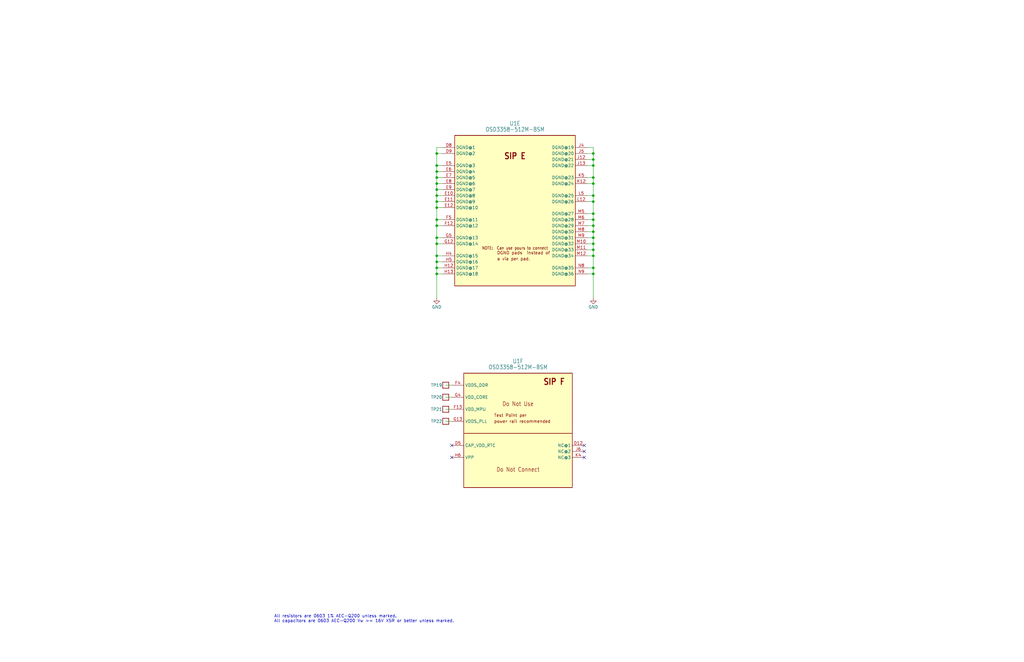
<source format=kicad_sch>
(kicad_sch (version 20231120) (generator "eeschema") (generator_version "8.0")
  (paper "B")
  (title_block (title "OreSat C3: OSD3358 SIP E + F") (date "2023-05-29") (rev "6.1"))
  (lib_symbols
    (symbol "oresat-ics:OSD3358-512M-BSM"
      (property "Reference" "U" (at 0 87.63 0))
      (property "Value" "OSD3358-512M-BSM" (at 0 85.09 0))
      (symbol "OSD3358-512M-BSM_1_0"
        (polyline (pts (xy -30.48 -88.9) (xy -30.48 -78.74)) (stroke (width 0.254)))
        (polyline (pts (xy -30.48 -88.9) (xy 0 -88.9)) (stroke (width 0.254)))
        (polyline (pts (xy -30.48 -78.74) (xy -30.48 -68.58)) (stroke (width 0.254)))
        (polyline (pts (xy -30.48 -68.58) (xy -30.48 -45.72)) (stroke (width 0.254)))
        (polyline (pts (xy -30.48 -45.72) (xy -30.48 -10.16)) (stroke (width 0.254)))
        (polyline (pts (xy -30.48 -10.16) (xy -30.48 0)) (stroke (width 0.254)))
        (polyline (pts (xy -30.48 0) (xy -30.48 10.16)) (stroke (width 0.254)))
        (polyline (pts (xy -30.48 10.16) (xy -30.48 30.48)) (stroke (width 0.254)))
        (polyline (pts (xy -30.48 30.48) (xy -30.48 53.34)) (stroke (width 0.254)))
        (polyline (pts (xy -30.48 53.34) (xy -30.48 68.58)) (stroke (width 0.254)))
        (polyline (pts (xy -30.48 68.58) (xy -30.48 83.82)) (stroke (width 0.254)))
        (polyline (pts (xy -30.48 83.82) (xy 0 83.82)) (stroke (width 0.254)))
        (polyline (pts (xy 0 -88.9) (xy 30.48 -88.9)) (stroke (width 0.254)))
        (polyline (pts (xy 0 -78.74) (xy -30.48 -78.74)) (stroke (width 0.254)))
        (polyline (pts (xy 0 -78.74) (xy 0 -88.9)) (stroke (width 0.254)))
        (polyline (pts (xy 0 -68.58) (xy -30.48 -68.58)) (stroke (width 0.254)))
        (polyline (pts (xy 0 -68.58) (xy 0 -78.74)) (stroke (width 0.254)))
        (polyline (pts (xy 0 -66.04) (xy 0 -68.58)) (stroke (width 0.254)))
        (polyline (pts (xy 0 -45.72) (xy -30.48 -45.72)) (stroke (width 0.254)))
        (polyline (pts (xy 0 -45.72) (xy 0 -66.04)) (stroke (width 0.254)))
        (polyline (pts (xy 0 -33.02) (xy 0 -45.72)) (stroke (width 0.254)))
        (polyline (pts (xy 0 -10.16) (xy -30.48 -10.16)) (stroke (width 0.254)))
        (polyline (pts (xy 0 -10.16) (xy 0 -33.02)) (stroke (width 0.254)))
        (polyline (pts (xy 0 0) (xy -30.48 0)) (stroke (width 0.254)))
        (polyline (pts (xy 0 0) (xy 0 -10.16)) (stroke (width 0.254)))
        (polyline (pts (xy 0 10.16) (xy -30.48 10.16)) (stroke (width 0.254)))
        (polyline (pts (xy 0 10.16) (xy 0 0)) (stroke (width 0.254)))
        (polyline (pts (xy 0 22.86) (xy 0 10.16)) (stroke (width 0.254)))
        (polyline (pts (xy 0 30.48) (xy -30.48 30.48)) (stroke (width 0.254)))
        (polyline (pts (xy 0 30.48) (xy 0 22.86)) (stroke (width 0.254)))
        (polyline (pts (xy 0 35.56) (xy 0 30.48)) (stroke (width 0.254)))
        (polyline (pts (xy 0 48.26) (xy 0 35.56)) (stroke (width 0.254)))
        (polyline (pts (xy 0 53.34) (xy -30.48 53.34)) (stroke (width 0.254)))
        (polyline (pts (xy 0 53.34) (xy 0 48.26)) (stroke (width 0.254)))
        (polyline (pts (xy 0 66.04) (xy 0 53.34)) (stroke (width 0.254)))
        (polyline (pts (xy 0 68.58) (xy -30.48 68.58)) (stroke (width 0.254)))
        (polyline (pts (xy 0 68.58) (xy 0 66.04)) (stroke (width 0.254)))
        (polyline (pts (xy 0 83.82) (xy 0 68.58)) (stroke (width 0.254)))
        (polyline (pts (xy 0 83.82) (xy 30.48 83.82)) (stroke (width 0.254)))
        (polyline (pts (xy 30.48 -66.04) (xy 0 -66.04)) (stroke (width 0.254)))
        (polyline (pts (xy 30.48 -66.04) (xy 30.48 -88.9)) (stroke (width 0.254)))
        (polyline (pts (xy 30.48 -33.02) (xy 0 -33.02)) (stroke (width 0.254)))
        (polyline (pts (xy 30.48 -33.02) (xy 30.48 -66.04)) (stroke (width 0.254)))
        (polyline (pts (xy 30.48 -10.16) (xy 0 -10.16)) (stroke (width 0.254)))
        (polyline (pts (xy 30.48 -10.16) (xy 30.48 -33.02)) (stroke (width 0.254)))
        (polyline (pts (xy 30.48 22.86) (xy 0 22.86)) (stroke (width 0.254)))
        (polyline (pts (xy 30.48 22.86) (xy 30.48 -10.16)) (stroke (width 0.254)))
        (polyline (pts (xy 30.48 35.56) (xy 0 35.56)) (stroke (width 0.254)))
        (polyline (pts (xy 30.48 35.56) (xy 30.48 22.86)) (stroke (width 0.254)))
        (polyline (pts (xy 30.48 48.26) (xy 0 48.26)) (stroke (width 0.254)))
        (polyline (pts (xy 30.48 48.26) (xy 30.48 35.56)) (stroke (width 0.254)))
        (polyline (pts (xy 30.48 66.04) (xy 0 66.04)) (stroke (width 0.254)))
        (polyline (pts (xy 30.48 66.04) (xy 30.48 48.26)) (stroke (width 0.254)))
        (polyline (pts (xy 30.48 83.82) (xy 30.48 66.04)) (stroke (width 0.254)))
        (text "Connect to either:\nSYS_VDD_1P8V or\nSYS_VDD3_3P3V" (at 8.89 -21.59 900) (effects (font (size 1.27 1.0795)) (justify bottom)))
        (text "Connect together with pour" (at 5.08 -60.96 900) (effects (font (size 1.27 1.0795)) (justify left bottom)))
        (text "Connect together with pour" (at 5.08 -7.62 900) (effects (font (size 1.27 1.0795)) (justify left bottom)))
        (text "GND to program EEPROM" (at -25.4 -71.12 0) (effects (font (size 1.27 1.0795)) (justify left bottom)))
        (text "I2C0" (at -2.54 -60.96 900) (effects (font (size 2.54 2.159)) (justify left bottom)))
        (text "Reset" (at 5.08 -81.28 900) (effects (font (size 2.54 2.159)) (justify left bottom)))
        (text "SIP A" (at -20.32 17.78 0) (effects (font (size 2.54 2.159) (bold yes)) (justify left bottom)))
        (pin bidirectional line (at -35.56 -53.34 0) (length 5.08) (name "I2C0_SCL") (number "C10"))
        (pin bidirectional line (at -35.56 -63.5 0) (length 5.08) (name "I2C0_SDA") (number "C11"))
        (pin bidirectional line (at -35.56 -50.8 0) (length 5.08) (name "PMIC_SCL") (number "D10"))
        (pin bidirectional line (at -35.56 -60.96 0) (length 5.08) (name "PMIC_SDA") (number "D11"))
        (pin bidirectional line (at -35.56 -40.64 0) (length 5.08) (name "EXTINTN") (number "D4"))
        (pin output line (at -35.56 -38.1 0) (length 5.08) (name "PMIC_NINT") (number "E4"))
        (pin power_in line (at 35.56 -38.1 180) (length 5.08) (name "SYS_VDD_1P8V@1") (number "F10"))
        (pin power_in line (at 35.56 43.18 180) (length 5.08) (name "SYS_VDD2_3P3V@1") (number "F11"))
        (pin power_in line (at 35.56 60.96 180) (length 5.08) (name "SYS_VDD1_3P3V@1") (number "F6"))
        (pin power_in line (at 35.56 58.42 180) (length 5.08) (name "SYS_VDD1_3P3V@2") (number "F7"))
        (pin power_in line (at 35.56 12.7 180) (length 5.08) (name "SYS_VDD3_3P3V@1") (number "F8"))
        (pin power_in line (at 35.56 -22.86 180) (length 5.08) (name "VDDSHV4") (number "F9"))
        (pin power_in line (at 35.56 -40.64 180) (length 5.08) (name "SYS_VDD_1P8V@2") (number "G10"))
        (pin power_in line (at 35.56 40.64 180) (length 5.08) (name "SYS_VDD2_3P3V@2") (number "G11"))
        (pin power_in line (at 35.56 55.88 180) (length 5.08) (name "SYS_VDD1_3P3V@3") (number "G6"))
        (pin power_in line (at 35.56 53.34 180) (length 5.08) (name "SYS_VDD1_3P3V@4") (number "G7"))
        (pin power_in line (at 35.56 10.16 180) (length 5.08) (name "SYS_VDD3_3P3V@2") (number "G8"))
        (pin power_in line (at 35.56 -25.4 180) (length 5.08) (name "VDDSHV5") (number "G9"))
        (pin power_in line (at 35.56 -43.18 180) (length 5.08) (name "SYS_VDD_1P8V@3") (number "H10"))
        (pin power_in line (at 35.56 -45.72 180) (length 5.08) (name "SYS_VDD_1P8V@4") (number "H11"))
        (pin power_in line (at 35.56 7.62 180) (length 5.08) (name "SYS_VDD3_3P3V@3") (number "H7"))
        (pin power_in line (at 35.56 5.08 180) (length 5.08) (name "SYS_VDD3_3P3V@4") (number "H8"))
        (pin power_in line (at 35.56 -27.94 180) (length 5.08) (name "VDDSHV6") (number "H9"))
        (pin power_in line (at 35.56 -48.26 180) (length 5.08) (name "SYS_VDD_1P8V@5") (number "J10"))
        (pin power_in line (at 35.56 -50.8 180) (length 5.08) (name "SYS_VDD_1P8V@6") (number "J11"))
        (pin power_in line (at 35.56 2.54 180) (length 5.08) (name "SYS_VDD3_3P3V@5") (number "J7"))
        (pin power_in line (at 35.56 0 180) (length 5.08) (name "SYS_VDD3_3P3V@6") (number "J8"))
        (pin power_in line (at 35.56 -15.24 180) (length 5.08) (name "VDDSHV1") (number "J9"))
        (pin power_in line (at 35.56 -53.34 180) (length 5.08) (name "SYS_VDD_1P8V@7") (number "K10"))
        (pin power_in line (at 35.56 30.48 180) (length 5.08) (name "SYS_RTC_1P8V@1") (number "K11"))
        (pin power_in line (at 35.56 78.74 180) (length 5.08) (name "SYS_VOUT@1") (number "K6"))
        (pin power_in line (at 35.56 76.2 180) (length 5.08) (name "SYS_VOUT@2") (number "K7"))
        (pin power_in line (at 35.56 -2.54 180) (length 5.08) (name "SYS_VDD3_3P3V@7") (number "K8"))
        (pin power_in line (at 35.56 -17.78 180) (length 5.08) (name "VDDSHV2") (number "K9"))
        (pin power_in line (at 35.56 -55.88 180) (length 5.08) (name "SYS_VDD_1P8V@8") (number "L10"))
        (pin power_in line (at 35.56 27.94 180) (length 5.08) (name "SYS_RTC_1P8V@2") (number "L11"))
        (pin output line (at -35.56 -30.48 0) (length 5.08) (name "PMIC_NWAKEUP") (number "L4"))
        (pin power_in line (at 35.56 73.66 180) (length 5.08) (name "SYS_VOUT@3") (number "L6"))
        (pin power_in line (at 35.56 71.12 180) (length 5.08) (name "SYS_VOUT@4") (number "L7"))
        (pin power_in line (at 35.56 -5.08 180) (length 5.08) (name "SYS_VDD3_3P3V@8") (number "L8"))
        (pin power_in line (at 35.56 -20.32 180) (length 5.08) (name "VDDSHV3") (number "L9"))
        (pin bidirectional line (at -35.56 5.08 0) (length 5.08) (name "PMIC_NRESET") (number "M13"))
        (pin bidirectional line (at -35.56 -83.82 0) (length 5.08) (name "RTC_KALDO_ENN") (number "M16"))
        (pin bidirectional line (at -35.56 -73.66 0) (length 5.08) (name "EEPROM_WP") (number "M2"))
        (pin bidirectional line (at -35.56 -33.02 0) (length 5.08) (name "EXT_WAKEUP") (number "M4"))
        (pin output line (at -35.56 -17.78 0) (length 5.08) (name "PMIC_POWER_EN") (number "N10"))
        (pin input line (at -35.56 -15.24 0) (length 5.08) (name "PMIC_PWR_EN") (number "N11"))
        (pin output line (at 35.56 -71.12 180) (length 5.08) (name "PMIC_PGOOD") (number "N12"))
        (pin output line (at -35.56 -22.86 0) (length 5.08) (name "PMIC_LDO_PGOOD") (number "N4"))
        (pin bidirectional line (at -35.56 -25.4 0) (length 5.08) (name "RTC_PWRONRSTN") (number "N5"))
        (pin bidirectional line (at -35.56 35.56 0) (length 5.08) (name "PMIC_TS") (number "N6"))
        (pin bidirectional line (at -35.56 38.1 0) (length 5.08) (name "PMIC_BAT_SENSE") (number "N7"))
        (pin power_in line (at -35.56 78.74 0) (length 5.08) (name "VIN_AC@1") (number "P10"))
        (pin bidirectional line (at 35.56 -73.66 180) (length 5.08) (name "PWRONRSTN") (number "P11"))
        (pin power_in line (at -35.56 48.26 0) (length 5.08) (name "VIN_BAT@1") (number "P8"))
        (pin power_in line (at -35.56 63.5 0) (length 5.08) (name "VIN_USB@1") (number "P9"))
        (pin power_in line (at -35.56 76.2 0) (length 5.08) (name "VIN_AC@2") (number "R10"))
        (pin bidirectional line (at 35.56 -83.82 180) (length 5.08) (name "WARMRSTN") (number "R11"))
        (pin power_in line (at -35.56 45.72 0) (length 5.08) (name "VIN_BAT@2") (number "R8"))
        (pin power_in line (at -35.56 60.96 0) (length 5.08) (name "VIN_USB@2") (number "R9"))
        (pin power_in line (at -35.56 73.66 0) (length 5.08) (name "VIN_AC@3") (number "T10"))
        (pin bidirectional line (at -35.56 -5.08 0) (length 5.08) (name "PMIC_PB_IN") (number "T11"))
        (pin power_in line (at -35.56 43.18 0) (length 5.08) (name "VIN_BAT@3") (number "T8"))
        (pin power_in line (at -35.56 58.42 0) (length 5.08) (name "VIN_USB@3") (number "T9"))
      )
      (symbol "OSD3358-512M-BSM_1_1"
        (rectangle (start -30.48 83.82) (end 30.48 -88.9) (fill (type background)))
      )
      (symbol "OSD3358-512M-BSM_2_0"
        (rectangle (start -25.4 58.42) (end 25.4 -60.96) (fill (type background)))
        (polyline (pts (xy -25.4 -60.96) (xy -25.4 -38.1)) (stroke (width 0.254)))
        (polyline (pts (xy -25.4 -38.1) (xy -25.4 -12.7)) (stroke (width 0.254)))
        (polyline (pts (xy -25.4 -38.1) (xy 25.4 -38.1)) (stroke (width 0.254)))
        (polyline (pts (xy -25.4 -12.7) (xy -25.4 17.78)) (stroke (width 0.254)))
        (polyline (pts (xy -25.4 -12.7) (xy 0 -12.7)) (stroke (width 0.254)))
        (polyline (pts (xy -25.4 17.78) (xy -25.4 48.26)) (stroke (width 0.254)))
        (polyline (pts (xy -25.4 17.78) (xy 0 17.78)) (stroke (width 0.254)))
        (polyline (pts (xy -25.4 48.26) (xy -25.4 58.42)) (stroke (width 0.254)))
        (polyline (pts (xy -25.4 48.26) (xy 0 48.26)) (stroke (width 0.254)))
        (polyline (pts (xy -25.4 58.42) (xy 25.4 58.42)) (stroke (width 0.254)))
        (polyline (pts (xy 0 -60.96) (xy -25.4 -60.96)) (stroke (width 0.254)))
        (polyline (pts (xy 0 -12.7) (xy 0 -60.96)) (stroke (width 0.254)))
        (polyline (pts (xy 0 0) (xy 0 -12.7)) (stroke (width 0.254)))
        (polyline (pts (xy 0 0) (xy 25.4 0)) (stroke (width 0.254)))
        (polyline (pts (xy 0 17.78) (xy 0 0)) (stroke (width 0.254)))
        (polyline (pts (xy 0 48.26) (xy 0 17.78)) (stroke (width 0.254)))
        (polyline (pts (xy 0 48.26) (xy 25.4 48.26)) (stroke (width 0.254)))
        (polyline (pts (xy 25.4 -60.96) (xy 0 -60.96)) (stroke (width 0.254)))
        (polyline (pts (xy 25.4 -38.1) (xy 25.4 -60.96)) (stroke (width 0.254)))
        (polyline (pts (xy 25.4 0) (xy 25.4 -38.1)) (stroke (width 0.254)))
        (polyline (pts (xy 25.4 48.26) (xy 25.4 0)) (stroke (width 0.254)))
        (polyline (pts (xy 25.4 58.42) (xy 25.4 48.26)) (stroke (width 0.254)))
        (text "Analog" (at 2.54 22.86 0) (effects (font (size 2.54 2.159)) (justify left bottom)))
        (text "Analog Inputs" (at 5.08 -30.48 900) (effects (font (size 2.54 2.159)) (justify left bottom)))
        (text "JTAG" (at -2.54 -25.4 900) (effects (font (size 2.54 2.159)) (justify left bottom)))
        (text "Pwr & Gnd" (at 12.7 20.32 0) (effects (font (size 2.159 2.159))))
        (text "RTC" (at -2.54 0 900) (effects (font (size 2.54 2.159)) (justify left bottom)))
        (text "SIP B" (at -5.08 53.34 0) (effects (font (size 2.54 2.159) (bold yes)) (justify left bottom)))
        (text "USB0" (at -2.54 -53.34 900) (effects (font (size 2.54 2.159)) (justify left bottom)))
        (text "USB1" (at 5.08 -53.34 900) (effects (font (size 2.54 2.159)) (justify left bottom)))
        (text "XTAL" (at -2.54 30.48 900) (effects (font (size 2.54 2.159)) (justify left bottom)))
        (pin bidirectional line (at -30.48 -2.54 0) (length 5.08) (name "OSC1_OUT") (number "A5"))
        (pin bidirectional line (at -30.48 12.7 0) (length 5.08) (name "OSC1_IN") (number "A6"))
        (pin bidirectional line (at 30.48 45.72 180) (length 5.08) (name "SYS_ADC_1P8V") (number "A7"))
        (pin bidirectional line (at 30.48 -5.08 180) (length 5.08) (name "AIN0") (number "A8"))
        (pin bidirectional line (at 30.48 15.24 180) (length 5.08) (name "AGND_ADC") (number "A9"))
        (pin bidirectional line (at -30.48 -7.62 0) (length 5.08) (name "OSC1_GND") (number "B5"))
        (pin bidirectional line (at 30.48 -10.16 180) (length 5.08) (name "AIN2") (number "B6"))
        (pin bidirectional line (at 30.48 35.56 180) (length 5.08) (name "VREFP") (number "B7"))
        (pin bidirectional line (at 30.48 -7.62 180) (length 5.08) (name "AIN1") (number "B8"))
        (pin bidirectional line (at 30.48 5.08 180) (length 5.08) (name "VREFN") (number "B9"))
        (pin bidirectional line (at -30.48 -17.78 0) (length 5.08) (name "TDI") (number "C1"))
        (pin bidirectional line (at -30.48 -20.32 0) (length 5.08) (name "TDO") (number "C2"))
        (pin bidirectional line (at 30.48 -12.7 180) (length 5.08) (name "AIN3") (number "C6"))
        (pin bidirectional line (at 30.48 -15.24 180) (length 5.08) (name "AIN4") (number "C7"))
        (pin bidirectional line (at 30.48 -17.78 180) (length 5.08) (name "AIN5") (number "C8"))
        (pin bidirectional line (at 30.48 -20.32 180) (length 5.08) (name "AIN6") (number "C9"))
        (pin bidirectional line (at -30.48 -22.86 0) (length 5.08) (name "TCK") (number "D1"))
        (pin bidirectional line (at -30.48 -25.4 0) (length 5.08) (name "TMS") (number "D2"))
        (pin bidirectional line (at -30.48 -27.94 0) (length 5.08) (name "TRSTN") (number "D3"))
        (pin bidirectional line (at 30.48 -27.94 180) (length 5.08) (name "PMIC_MUX_OUT") (number "D6"))
        (pin bidirectional line (at 30.48 -22.86 180) (length 5.08) (name "AIN7") (number "D7"))
        (pin bidirectional line (at -30.48 -30.48 0) (length 5.08) (name "EMU0") (number "E2"))
        (pin bidirectional line (at -30.48 -33.02 0) (length 5.08) (name "EMU1") (number "E3"))
        (pin bidirectional line (at -30.48 -55.88 0) (length 5.08) (name "USB0_DRVVBUS") (number "J15"))
        (pin bidirectional line (at -30.48 -43.18 0) (length 5.08) (name "USB0_VBUS") (number "J16"))
        (pin bidirectional line (at -30.48 -53.34 0) (length 5.08) (name "USB0_CE") (number "K13"))
        (pin bidirectional line (at -30.48 -50.8 0) (length 5.08) (name "USB0_ID") (number "K14"))
        (pin bidirectional line (at -30.48 -48.26 0) (length 5.08) (name "USB0_DP") (number "K15"))
        (pin bidirectional line (at -30.48 -45.72 0) (length 5.08) (name "USB0_DM") (number "K16"))
        (pin bidirectional line (at 30.48 -53.34 180) (length 5.08) (name "USB1_CE") (number "L13"))
        (pin bidirectional line (at 30.48 -50.8 180) (length 5.08) (name "USB1_ID") (number "L14"))
        (pin bidirectional line (at 30.48 -48.26 180) (length 5.08) (name "USB1_DP") (number "L15"))
        (pin bidirectional line (at 30.48 -45.72 180) (length 5.08) (name "USB1_DM") (number "L16"))
        (pin bidirectional line (at 30.48 -55.88 180) (length 5.08) (name "USB1_DRVVBUS") (number "M14"))
        (pin bidirectional line (at 30.48 -43.18 180) (length 5.08) (name "USB1_VBUS") (number "M15"))
        (pin bidirectional line (at 30.48 -33.02 180) (length 5.08) (name "PMIC_MUX_IN") (number "N13"))
        (pin bidirectional line (at -30.48 22.86 0) (length 5.08) (name "OSC0_GND") (number "N15"))
        (pin bidirectional line (at -30.48 27.94 0) (length 5.08) (name "OSC0_OUT") (number "N16"))
        (pin bidirectional line (at -30.48 43.18 0) (length 5.08) (name "OSC0_IN") (number "P16"))
      )
      (symbol "OSD3358-512M-BSM_3_0"
        (rectangle (start -25.4 60.96) (end 25.4 -63.5) (fill (type background)))
        (polyline (pts (xy -25.4 -63.5) (xy -25.4 60.96)) (stroke (width 0.254)))
        (polyline (pts (xy -25.4 60.96) (xy 25.4 60.96)) (stroke (width 0.254)))
        (polyline (pts (xy 25.4 -63.5) (xy -25.4 -63.5)) (stroke (width 0.254)))
        (polyline (pts (xy 25.4 60.96) (xy 25.4 -63.5)) (stroke (width 0.254)))
        (text "SIP C" (at -5.08 53.34 0) (effects (font (size 2.54 2.159) (bold yes)) (justify left bottom)))
        (pin bidirectional line (at -30.48 -12.7 0) (length 5.08) (name "MCASP0_ACLKX") (number "A1"))
        (pin bidirectional line (at -30.48 33.02 0) (length 5.08) (name "UART1_RTSN") (number "A10"))
        (pin bidirectional line (at -30.48 38.1 0) (length 5.08) (name "UART1_RXD") (number "A11"))
        (pin bidirectional line (at -30.48 53.34 0) (length 5.08) (name "UART0_RXD") (number "A12"))
        (pin bidirectional line (at -30.48 25.4 0) (length 5.08) (name "SPI0_SCLK") (number "A13"))
        (pin bidirectional line (at -30.48 17.78 0) (length 5.08) (name "SPI0_CS0") (number "A14"))
        (pin bidirectional line (at -30.48 0 0) (length 5.08) (name "MMC0_DAT1") (number "A15"))
        (pin bidirectional line (at -30.48 2.54 0) (length 5.08) (name "MMC0_DAT0") (number "A16"))
        (pin bidirectional line (at -30.48 -15.24 0) (length 5.08) (name "MCASP0_FSX") (number "A2"))
        (pin bidirectional line (at -30.48 -22.86 0) (length 5.08) (name "MCASP0_ACLKR") (number "A3"))
        (pin bidirectional line (at -30.48 -38.1 0) (length 5.08) (name "XDMA_EVENT_INTR0") (number "A4"))
        (pin bidirectional line (at -30.48 -20.32 0) (length 5.08) (name "MCASP0_AHCLKR") (number "B1"))
        (pin bidirectional line (at -30.48 35.56 0) (length 5.08) (name "UART1_CTSN") (number "B10"))
        (pin bidirectional line (at -30.48 40.64 0) (length 5.08) (name "UART1_TXD") (number "B11"))
        (pin bidirectional line (at -30.48 55.88 0) (length 5.08) (name "UART0_TXD") (number "B12"))
        (pin bidirectional line (at -30.48 22.86 0) (length 5.08) (name "SPI0_D0") (number "B13"))
        (pin bidirectional line (at -30.48 20.32 0) (length 5.08) (name "SPI0_D1") (number "B14"))
        (pin bidirectional line (at -30.48 7.62 0) (length 5.08) (name "MMC0_CLK") (number "B15"))
        (pin bidirectional line (at -30.48 5.08 0) (length 5.08) (name "MMC0_CMD") (number "B16"))
        (pin bidirectional line (at -30.48 -17.78 0) (length 5.08) (name "MCASP0_AXR0") (number "B2"))
        (pin bidirectional line (at -30.48 -25.4 0) (length 5.08) (name "MCASP0_FSR") (number "B3"))
        (pin bidirectional line (at -30.48 -40.64 0) (length 5.08) (name "XDMA_EVENT_INTR1") (number "B4"))
        (pin bidirectional line (at -30.48 50.8 0) (length 5.08) (name "UART0_CTSN") (number "C12"))
        (pin bidirectional line (at -30.48 48.26 0) (length 5.08) (name "UART0_RTSN") (number "C13"))
        (pin bidirectional line (at -30.48 15.24 0) (length 5.08) (name "SPI0_CS1") (number "C14"))
        (pin bidirectional line (at -30.48 -5.08 0) (length 5.08) (name "MMC0_DAT3") (number "C15"))
        (pin bidirectional line (at -30.48 -2.54 0) (length 5.08) (name "MMC0_DAT2") (number "C16"))
        (pin bidirectional line (at -30.48 -27.94 0) (length 5.08) (name "MCASP0_AXR1") (number "C3"))
        (pin bidirectional line (at -30.48 -30.48 0) (length 5.08) (name "MCASP0_AHCLKX") (number "C4"))
        (pin bidirectional line (at -30.48 -43.18 0) (length 5.08) (name "ECAP0_IN_PWM0_OUT") (number "C5"))
        (pin bidirectional line (at 30.48 -50.8 180) (length 5.08) (name "GPMC_ADVN_ALE") (number "M1"))
        (pin bidirectional line (at 30.48 -58.42 180) (length 5.08) (name "GPMC_OEN_REN") (number "N1"))
        (pin bidirectional line (at 30.48 17.78 180) (length 5.08) (name "GPMC_BEN1") (number "N14"))
        (pin bidirectional line (at 30.48 -55.88 180) (length 5.08) (name "GPMC_WEN") (number "N2"))
        (pin bidirectional line (at 30.48 -53.34 180) (length 5.08) (name "GPMC_BEN0_CLE") (number "N3"))
        (pin bidirectional line (at 30.48 2.54 180) (length 5.08) (name "GPMC_CSN2") (number "P1"))
        (pin bidirectional line (at 30.48 45.72 180) (length 5.08) (name "GPMC_A2") (number "P12"))
        (pin bidirectional line (at 30.48 38.1 180) (length 5.08) (name "GPMC_A5") (number "P13"))
        (pin bidirectional line (at 30.48 30.48 180) (length 5.08) (name "GPMC_A8") (number "P14"))
        (pin bidirectional line (at 30.48 15.24 180) (length 5.08) (name "GPMC_WAIT0") (number "P15"))
        (pin bidirectional line (at 30.48 5.08 180) (length 5.08) (name "GPMC_CSN1") (number "P2"))
        (pin bidirectional line (at 30.48 7.62 180) (length 5.08) (name "GPMC_CSN0") (number "P3"))
        (pin bidirectional line (at 30.48 -20.32 180) (length 5.08) (name "GPMC_AD6") (number "P4"))
        (pin bidirectional line (at 30.48 -30.48 180) (length 5.08) (name "GPMC_AD9") (number "P5"))
        (pin bidirectional line (at 30.48 -38.1 180) (length 5.08) (name "GPMC_AD12") (number "P6"))
        (pin bidirectional line (at 30.48 -45.72 180) (length 5.08) (name "GPMC_AD15") (number "P7"))
        (pin bidirectional line (at 30.48 -10.16 180) (length 5.08) (name "GPMC_AD2") (number "R1"))
        (pin bidirectional line (at 30.48 48.26 180) (length 5.08) (name "GPMC_A1") (number "R12"))
        (pin bidirectional line (at 30.48 40.64 180) (length 5.08) (name "GPMC_A4") (number "R13"))
        (pin bidirectional line (at 30.48 33.02 180) (length 5.08) (name "GPMC_A7") (number "R14"))
        (pin bidirectional line (at 30.48 25.4 180) (length 5.08) (name "GPMC_A10") (number "R15"))
        (pin bidirectional line (at 30.48 12.7 180) (length 5.08) (name "GPMC_WPN") (number "R16"))
        (pin bidirectional line (at 30.48 -7.62 180) (length 5.08) (name "GPMC_AD1") (number "R2"))
        (pin bidirectional line (at 30.48 -5.08 180) (length 5.08) (name "GPMC_AD0") (number "R3"))
        (pin bidirectional line (at 30.48 -22.86 180) (length 5.08) (name "GPMC_AD7") (number "R4"))
        (pin bidirectional line (at 30.48 -33.02 180) (length 5.08) (name "GPMC_AD10") (number "R5"))
        (pin bidirectional line (at 30.48 -40.64 180) (length 5.08) (name "GPMC_AD13") (number "R6"))
        (pin bidirectional line (at 30.48 0 180) (length 5.08) (name "GPMC_CSN3") (number "R7"))
        (pin bidirectional line (at 30.48 -17.78 180) (length 5.08) (name "GPMC_AD5") (number "T1"))
        (pin bidirectional line (at 30.48 50.8 180) (length 5.08) (name "GPMC_A0") (number "T12"))
        (pin bidirectional line (at 30.48 43.18 180) (length 5.08) (name "GPMC_A3") (number "T13"))
        (pin bidirectional line (at 30.48 35.56 180) (length 5.08) (name "GPMC_A6") (number "T14"))
        (pin bidirectional line (at 30.48 27.94 180) (length 5.08) (name "GPMC_A9") (number "T15"))
        (pin bidirectional line (at 30.48 22.86 180) (length 5.08) (name "GPMC_A11") (number "T16"))
        (pin bidirectional line (at 30.48 -15.24 180) (length 5.08) (name "GPMC_AD4") (number "T2"))
        (pin bidirectional line (at 30.48 -12.7 180) (length 5.08) (name "GPMC_AD3") (number "T3"))
        (pin bidirectional line (at 30.48 -27.94 180) (length 5.08) (name "GPMC_AD8") (number "T4"))
        (pin bidirectional line (at 30.48 -35.56 180) (length 5.08) (name "GPMC_AD11") (number "T5"))
        (pin bidirectional line (at 30.48 -43.18 180) (length 5.08) (name "GPMC_AD14") (number "T6"))
        (pin bidirectional line (at 30.48 55.88 180) (length 5.08) (name "GPMC_CLK") (number "T7"))
      )
      (symbol "OSD3358-512M-BSM_4_0"
        (rectangle (start -25.4 33.02) (end 25.4 -35.56) (fill (type background)))
        (polyline (pts (xy -25.4 -35.56) (xy -25.4 33.02)) (stroke (width 0.254)))
        (polyline (pts (xy -25.4 33.02) (xy 25.4 33.02)) (stroke (width 0.254)))
        (polyline (pts (xy 25.4 -35.56) (xy -25.4 -35.56)) (stroke (width 0.254)))
        (polyline (pts (xy 25.4 33.02) (xy 25.4 -35.56)) (stroke (width 0.254)))
        (text "SIP D" (at -20.32 -30.48 0) (effects (font (size 2.54 2.159) (bold yes)) (justify left bottom)))
        (pin bidirectional line (at -30.48 -17.78 0) (length 5.08) (name "MDC") (number "D13"))
        (pin bidirectional line (at -30.48 -5.08 0) (length 5.08) (name "MII1_RXD3") (number "D14"))
        (pin bidirectional line (at -30.48 -2.54 0) (length 5.08) (name "MII1_RXD2") (number "D15"))
        (pin bidirectional line (at -30.48 0 0) (length 5.08) (name "MII1_RXD1") (number "D16"))
        (pin bidirectional line (at 30.48 -22.86 180) (length 5.08) (name "LCD_AC_BIAS_EN") (number "E1"))
        (pin bidirectional line (at -30.48 -20.32 0) (length 5.08) (name "MDIO") (number "E13"))
        (pin bidirectional line (at -30.48 2.54 0) (length 5.08) (name "MII1_RXD0") (number "E14"))
        (pin bidirectional line (at -30.48 -7.62 0) (length 5.08) (name "MII1_RX_ER") (number "E15"))
        (pin bidirectional line (at -30.48 5.08 0) (length 5.08) (name "MII1_RX_CLK") (number "E16"))
        (pin bidirectional line (at 30.48 -15.24 180) (length 5.08) (name "LCD_PCLK") (number "F1"))
        (pin bidirectional line (at -30.48 12.7 0) (length 5.08) (name "MII1_CRS") (number "F14"))
        (pin bidirectional line (at -30.48 10.16 0) (length 5.08) (name "MII1_COL") (number "F15"))
        (pin bidirectional line (at -30.48 -10.16 0) (length 5.08) (name "MII1_RX_DV") (number "F16"))
        (pin bidirectional line (at 30.48 -20.32 180) (length 5.08) (name "LCD_HSYNC") (number "F2"))
        (pin bidirectional line (at 30.48 -17.78 180) (length 5.08) (name "LCD_VSYNC") (number "F3"))
        (pin bidirectional line (at 30.48 22.86 180) (length 5.08) (name "LCD_DATA2") (number "G1"))
        (pin bidirectional line (at -30.48 15.24 0) (length 5.08) (name "MII1_TX_EN") (number "G14"))
        (pin bidirectional line (at -30.48 17.78 0) (length 5.08) (name "MII1_TXD3") (number "G15"))
        (pin bidirectional line (at -30.48 20.32 0) (length 5.08) (name "MII1_TXD2") (number "G16"))
        (pin bidirectional line (at 30.48 25.4 180) (length 5.08) (name "LCD_DATA1") (number "G2"))
        (pin bidirectional line (at 30.48 27.94 180) (length 5.08) (name "LCD_DATA0") (number "G3"))
        (pin bidirectional line (at 30.48 15.24 180) (length 5.08) (name "LCD_DATA5") (number "H1"))
        (pin bidirectional line (at -30.48 22.86 0) (length 5.08) (name "MII1_TXD1") (number "H14"))
        (pin bidirectional line (at -30.48 25.4 0) (length 5.08) (name "MII1_TXD0") (number "H15"))
        (pin bidirectional line (at -30.48 27.94 0) (length 5.08) (name "MII1_TX_CLK") (number "H16"))
        (pin bidirectional line (at 30.48 17.78 180) (length 5.08) (name "LCD_DATA4") (number "H2"))
        (pin bidirectional line (at 30.48 20.32 180) (length 5.08) (name "LCD_DATA3") (number "H3"))
        (pin bidirectional line (at 30.48 7.62 180) (length 5.08) (name "LCD_DATA8") (number "J1"))
        (pin bidirectional line (at -30.48 -15.24 0) (length 5.08) (name "RMII1_REF_CLK") (number "J14"))
        (pin bidirectional line (at 30.48 10.16 180) (length 5.08) (name "LCD_DATA7") (number "J2"))
        (pin bidirectional line (at 30.48 12.7 180) (length 5.08) (name "LCD_DATA6") (number "J3"))
        (pin bidirectional line (at 30.48 0 180) (length 5.08) (name "LCD_DATA11") (number "K1"))
        (pin bidirectional line (at 30.48 2.54 180) (length 5.08) (name "LCD_DATA10") (number "K2"))
        (pin bidirectional line (at 30.48 5.08 180) (length 5.08) (name "LCD_DATA9") (number "K3"))
        (pin bidirectional line (at 30.48 -7.62 180) (length 5.08) (name "LCD_DATA14") (number "L1"))
        (pin bidirectional line (at 30.48 -5.08 180) (length 5.08) (name "LCD_DATA13") (number "L2"))
        (pin bidirectional line (at 30.48 -2.54 180) (length 5.08) (name "LCD_DATA12") (number "L3"))
        (pin bidirectional line (at 30.48 -10.16 180) (length 5.08) (name "LCD_DATA15") (number "M3"))
      )
      (symbol "OSD3358-512M-BSM_5_0"
        (rectangle (start -25.4 30.48) (end 25.4 -33.02) (fill (type background)))
        (polyline (pts (xy -25.4 -33.02) (xy -25.4 30.48)) (stroke (width 0.254)))
        (polyline (pts (xy -25.4 30.48) (xy 25.4 30.48)) (stroke (width 0.254)))
        (polyline (pts (xy 25.4 -33.02) (xy -25.4 -33.02)) (stroke (width 0.254)))
        (polyline (pts (xy 25.4 30.48) (xy 25.4 -33.02)) (stroke (width 0.254)))
        (text "a via per pad." (at -7.62 -21.59 0) (effects (font (size 1.27 1.27)) (justify left)))
        (text "DGND pads  instead of " (at -7.62 -19.05 0) (effects (font (size 1.27 1.27)) (justify left)))
        (text "NOTE:  Can use pours to connect" (at -13.97 -17.78 0) (effects (font (size 1.27 1.0795)) (justify left bottom)))
        (text "SIP E" (at 0 20.32 0) (effects (font (size 2.54 2.159) (bold yes)) (justify bottom)))
        (pin bidirectional line (at -30.48 25.4 0) (length 5.08) (name "DGND@1") (number "D8"))
        (pin bidirectional line (at -30.48 22.86 0) (length 5.08) (name "DGND@2") (number "D9"))
        (pin bidirectional line (at -30.48 5.08 0) (length 5.08) (name "DGND@8") (number "E10"))
        (pin bidirectional line (at -30.48 2.54 0) (length 5.08) (name "DGND@9") (number "E11"))
        (pin bidirectional line (at -30.48 0 0) (length 5.08) (name "DGND@10") (number "E12"))
        (pin bidirectional line (at -30.48 17.78 0) (length 5.08) (name "DGND@3") (number "E5"))
        (pin bidirectional line (at -30.48 15.24 0) (length 5.08) (name "DGND@4") (number "E6"))
        (pin bidirectional line (at -30.48 12.7 0) (length 5.08) (name "DGND@5") (number "E7"))
        (pin bidirectional line (at -30.48 10.16 0) (length 5.08) (name "DGND@6") (number "E8"))
        (pin bidirectional line (at -30.48 7.62 0) (length 5.08) (name "DGND@7") (number "E9"))
        (pin bidirectional line (at -30.48 -7.62 0) (length 5.08) (name "DGND@12") (number "F12"))
        (pin bidirectional line (at -30.48 -5.08 0) (length 5.08) (name "DGND@11") (number "F5"))
        (pin bidirectional line (at -30.48 -15.24 0) (length 5.08) (name "DGND@14") (number "G12"))
        (pin bidirectional line (at -30.48 -12.7 0) (length 5.08) (name "DGND@13") (number "G5"))
        (pin bidirectional line (at -30.48 -25.4 0) (length 5.08) (name "DGND@17") (number "H12"))
        (pin bidirectional line (at -30.48 -27.94 0) (length 5.08) (name "DGND@18") (number "H13"))
        (pin bidirectional line (at -30.48 -20.32 0) (length 5.08) (name "DGND@15") (number "H4"))
        (pin bidirectional line (at -30.48 -22.86 0) (length 5.08) (name "DGND@16") (number "H5"))
        (pin bidirectional line (at 30.48 20.32 180) (length 5.08) (name "DGND@21") (number "J12"))
        (pin bidirectional line (at 30.48 17.78 180) (length 5.08) (name "DGND@22") (number "J13"))
        (pin bidirectional line (at 30.48 25.4 180) (length 5.08) (name "DGND@19") (number "J4"))
        (pin bidirectional line (at 30.48 22.86 180) (length 5.08) (name "DGND@20") (number "J5"))
        (pin bidirectional line (at 30.48 10.16 180) (length 5.08) (name "DGND@24") (number "K12"))
        (pin bidirectional line (at 30.48 12.7 180) (length 5.08) (name "DGND@23") (number "K5"))
        (pin bidirectional line (at 30.48 2.54 180) (length 5.08) (name "DGND@26") (number "L12"))
        (pin bidirectional line (at 30.48 5.08 180) (length 5.08) (name "DGND@25") (number "L5"))
        (pin bidirectional line (at 30.48 -15.24 180) (length 5.08) (name "DGND@32") (number "M10"))
        (pin bidirectional line (at 30.48 -17.78 180) (length 5.08) (name "DGND@33") (number "M11"))
        (pin bidirectional line (at 30.48 -20.32 180) (length 5.08) (name "DGND@34") (number "M12"))
        (pin bidirectional line (at 30.48 -2.54 180) (length 5.08) (name "DGND@27") (number "M5"))
        (pin bidirectional line (at 30.48 -5.08 180) (length 5.08) (name "DGND@28") (number "M6"))
        (pin bidirectional line (at 30.48 -7.62 180) (length 5.08) (name "DGND@29") (number "M7"))
        (pin bidirectional line (at 30.48 -10.16 180) (length 5.08) (name "DGND@30") (number "M8"))
        (pin bidirectional line (at 30.48 -12.7 180) (length 5.08) (name "DGND@31") (number "M9"))
        (pin bidirectional line (at 30.48 -25.4 180) (length 5.08) (name "DGND@35") (number "N8"))
        (pin bidirectional line (at 30.48 -27.94 180) (length 5.08) (name "DGND@36") (number "N9"))
      )
      (symbol "OSD3358-512M-BSM_6_0"
        (rectangle (start -22.86 25.4) (end 22.86 -22.86) (fill (type background)))
        (polyline (pts (xy -22.86 -22.86) (xy -22.86 0)) (stroke (width 0.254)))
        (polyline (pts (xy -22.86 0) (xy -22.86 25.4)) (stroke (width 0.254)))
        (polyline (pts (xy -22.86 0) (xy 22.86 0)) (stroke (width 0.254)))
        (polyline (pts (xy -22.86 25.4) (xy 22.86 25.4)) (stroke (width 0.254)))
        (polyline (pts (xy 22.86 -22.86) (xy -22.86 -22.86)) (stroke (width 0.254)))
        (polyline (pts (xy 22.86 0) (xy 22.86 -22.86)) (stroke (width 0.254)))
        (polyline (pts (xy 22.86 25.4) (xy 22.86 0)) (stroke (width 0.254)))
        (text "Do Not Connect" (at 0 -15.24 0) (effects (font (size 1.778 1.5113))))
        (text "Do Not Use" (at 0 11.43 0) (effects (font (size 1.778 1.5113)) (justify bottom)))
        (text "power rail recommended" (at -10.16 5.08 0) (effects (font (size 1.27 1.27)) (justify left)))
        (text "SIP F" (at 15.24 20.32 0) (effects (font (size 2.54 2.159) (bold yes)) (justify bottom)))
        (text "Test Point per " (at -10.16 7.62 0) (effects (font (size 1.27 1.27)) (justify left)))
        (pin bidirectional line (at 27.94 -5.08 180) (length 5.08) (name "NC@1") (number "D12"))
        (pin bidirectional line (at -27.94 -5.08 0) (length 5.08) (name "CAP_VDD_RTC") (number "D5"))
        (pin bidirectional line (at -27.94 10.16 0) (length 5.08) (name "VDD_MPU") (number "F13"))
        (pin bidirectional line (at -27.94 20.32 0) (length 5.08) (name "VDDS_DDR") (number "F4"))
        (pin bidirectional line (at -27.94 5.08 0) (length 5.08) (name "VDDS_PLL") (number "G13"))
        (pin bidirectional line (at -27.94 15.24 0) (length 5.08) (name "VDD_CORE") (number "G4"))
        (pin bidirectional line (at -27.94 -10.16 0) (length 5.08) (name "VPP") (number "H6"))
        (pin bidirectional line (at 27.94 -7.62 180) (length 5.08) (name "NC@2") (number "J6"))
        (pin bidirectional line (at 27.94 -10.16 180) (length 5.08) (name "NC@3") (number "K4"))
      )
    )
    (symbol "oresat-misc:Test-Point-1mm-round" (exclude_from_sim yes) (in_bom no)
      (property "Reference" "TP" (at 0 2.54 0))
      (symbol "Test-Point-1mm-round_1_0"
        (polyline (pts (xy -1.27 -1.27) (xy -1.27 1.27)) (stroke (width 0.254)))
        (polyline (pts (xy -1.27 1.27) (xy 1.27 1.27)) (stroke (width 0.254)))
        (polyline (pts (xy 1.27 -1.27) (xy -1.27 -1.27)) (stroke (width 0.254)))
        (polyline (pts (xy 1.27 1.27) (xy 1.27 -1.27)) (stroke (width 0.254)))
        (pin passive line (at 0 0 0) (length 0) (name "1") (number "1"))
      )
    )
    (symbol "power:GND" (power) (pin_numbers hide) (pin_names (offset 0) hide)
      (property "Value" "GND" (at 0 -3.81 0))
      (symbol "GND_0_1"
        (polyline (pts (xy 0 0) (xy 0 -1.27) (xy 1.27 -1.27) (xy 0 -2.54) (xy -1.27 -1.27) (xy 0 -1.27)))
      )
      (symbol "GND_1_1"
        (pin power_in line (at 0 0 270) (length 0) (name "~") (number "1"))
      )
    )
  )
  (junction (at 250.19 102.87))
  (junction (at 184.15 107.95))
  (junction (at 250.19 113.03))
  (junction (at 250.19 92.71))
  (junction (at 250.19 107.95))
  (junction (at 250.19 97.79))
  (junction (at 184.15 72.39))
  (junction (at 184.15 113.03))
  (junction (at 184.15 82.55))
  (junction (at 184.15 69.85))
  (junction (at 250.19 90.17))
  (junction (at 250.19 69.85))
  (junction (at 184.15 87.63))
  (junction (at 250.19 67.31))
  (junction (at 184.15 77.47))
  (junction (at 184.15 92.71))
  (junction (at 184.15 74.93))
  (junction (at 250.19 95.25))
  (junction (at 184.15 100.33))
  (junction (at 184.15 95.25))
  (junction (at 184.15 115.57))
  (junction (at 250.19 85.09))
  (junction (at 250.19 115.57))
  (junction (at 184.15 85.09))
  (junction (at 184.15 64.77))
  (junction (at 250.19 77.47))
  (junction (at 184.15 110.49))
  (junction (at 250.19 64.77))
  (junction (at 184.15 80.01))
  (junction (at 250.19 105.41))
  (junction (at 250.19 74.93))
  (junction (at 250.19 82.55))
  (junction (at 250.19 100.33))
  (junction (at 184.15 102.87))
  (no_connect (at 246.38 187.96))
  (no_connect (at 190.5 187.96))
  (no_connect (at 190.5 193.04))
  (no_connect (at 246.38 193.04))
  (no_connect (at 246.38 190.5))
  (wire (pts (xy 250.19 92.71) (xy 250.19 95.25)))
  (wire (pts (xy 247.65 69.85) (xy 250.19 69.85)))
  (wire (pts (xy 250.19 74.93) (xy 250.19 77.47)))
  (wire (pts (xy 247.65 102.87) (xy 250.19 102.87)))
  (wire (pts (xy 184.15 82.55) (xy 186.69 82.55)))
  (wire (pts (xy 184.15 80.01) (xy 184.15 82.55)))
  (wire (pts (xy 247.65 64.77) (xy 250.19 64.77)))
  (wire (pts (xy 184.15 95.25) (xy 184.15 100.33)))
  (wire (pts (xy 250.19 85.09) (xy 250.19 90.17)))
  (wire (pts (xy 184.15 85.09) (xy 186.69 85.09)))
  (wire (pts (xy 184.15 113.03) (xy 184.15 115.57)))
  (wire (pts (xy 184.15 107.95) (xy 186.69 107.95)))
  (wire (pts (xy 247.65 67.31) (xy 250.19 67.31)))
  (wire (pts (xy 247.65 107.95) (xy 250.19 107.95)))
  (wire (pts (xy 187.96 172.72) (xy 190.5 172.72)))
  (wire (pts (xy 250.19 64.77) (xy 250.19 67.31)))
  (wire (pts (xy 250.19 115.57) (xy 250.19 125.73)))
  (wire (pts (xy 184.15 69.85) (xy 186.69 69.85)))
  (wire (pts (xy 184.15 80.01) (xy 186.69 80.01)))
  (wire (pts (xy 187.96 162.56) (xy 190.5 162.56)))
  (wire (pts (xy 187.96 177.8) (xy 190.5 177.8)))
  (wire (pts (xy 250.19 105.41) (xy 250.19 107.95)))
  (wire (pts (xy 184.15 100.33) (xy 184.15 102.87)))
  (wire (pts (xy 247.65 115.57) (xy 250.19 115.57)))
  (wire (pts (xy 184.15 87.63) (xy 186.69 87.63)))
  (wire (pts (xy 184.15 110.49) (xy 186.69 110.49)))
  (wire (pts (xy 184.15 64.77) (xy 186.69 64.77)))
  (wire (pts (xy 250.19 95.25) (xy 250.19 97.79)))
  (wire (pts (xy 247.65 113.03) (xy 250.19 113.03)))
  (wire (pts (xy 247.65 105.41) (xy 250.19 105.41)))
  (wire (pts (xy 184.15 92.71) (xy 184.15 95.25)))
  (wire (pts (xy 184.15 82.55) (xy 184.15 85.09)))
  (wire (pts (xy 250.19 97.79) (xy 250.19 100.33)))
  (wire (pts (xy 184.15 77.47) (xy 186.69 77.47)))
  (wire (pts (xy 187.96 167.64) (xy 190.5 167.64)))
  (wire (pts (xy 250.19 82.55) (xy 250.19 85.09)))
  (wire (pts (xy 250.19 62.23) (xy 250.19 64.77)))
  (wire (pts (xy 184.15 102.87) (xy 186.69 102.87)))
  (wire (pts (xy 184.15 92.71) (xy 186.69 92.71)))
  (wire (pts (xy 184.15 115.57) (xy 186.69 115.57)))
  (wire (pts (xy 247.65 85.09) (xy 250.19 85.09)))
  (wire (pts (xy 250.19 90.17) (xy 250.19 92.71)))
  (wire (pts (xy 247.65 77.47) (xy 250.19 77.47)))
  (wire (pts (xy 247.65 82.55) (xy 250.19 82.55)))
  (wire (pts (xy 247.65 92.71) (xy 250.19 92.71)))
  (wire (pts (xy 184.15 77.47) (xy 184.15 80.01)))
  (wire (pts (xy 184.15 74.93) (xy 184.15 77.47)))
  (wire (pts (xy 247.65 97.79) (xy 250.19 97.79)))
  (wire (pts (xy 184.15 74.93) (xy 186.69 74.93)))
  (wire (pts (xy 250.19 77.47) (xy 250.19 82.55)))
  (wire (pts (xy 250.19 67.31) (xy 250.19 69.85)))
  (wire (pts (xy 184.15 62.23) (xy 184.15 64.77)))
  (wire (pts (xy 250.19 69.85) (xy 250.19 74.93)))
  (wire (pts (xy 250.19 113.03) (xy 250.19 115.57)))
  (wire (pts (xy 184.15 110.49) (xy 184.15 113.03)))
  (wire (pts (xy 184.15 87.63) (xy 184.15 92.71)))
  (wire (pts (xy 184.15 85.09) (xy 184.15 87.63)))
  (wire (pts (xy 184.15 72.39) (xy 186.69 72.39)))
  (wire (pts (xy 247.65 100.33) (xy 250.19 100.33)))
  (wire (pts (xy 250.19 107.95) (xy 250.19 113.03)))
  (wire (pts (xy 184.15 72.39) (xy 184.15 74.93)))
  (wire (pts (xy 184.15 95.25) (xy 186.69 95.25)))
  (wire (pts (xy 184.15 107.95) (xy 184.15 110.49)))
  (wire (pts (xy 184.15 69.85) (xy 184.15 72.39)))
  (wire (pts (xy 250.19 100.33) (xy 250.19 102.87)))
  (wire (pts (xy 186.69 62.23) (xy 184.15 62.23)))
  (wire (pts (xy 184.15 113.03) (xy 186.69 113.03)))
  (wire (pts (xy 247.65 95.25) (xy 250.19 95.25)))
  (wire (pts (xy 184.15 64.77) (xy 184.15 69.85)))
  (wire (pts (xy 184.15 102.87) (xy 184.15 107.95)))
  (wire (pts (xy 250.19 102.87) (xy 250.19 105.41)))
  (wire (pts (xy 247.65 74.93) (xy 250.19 74.93)))
  (wire (pts (xy 184.15 100.33) (xy 186.69 100.33)))
  (wire (pts (xy 184.15 115.57) (xy 184.15 125.73)))
  (wire (pts (xy 247.65 90.17) (xy 250.19 90.17)))
  (wire (pts (xy 247.65 62.23) (xy 250.19 62.23)))
  (text "All resistors are 0603 1% AEC-Q200 unless marked.\nAll capacitors are 0603 AEC-Q200 Vw >= 16V X5R or better unless marked." (at 115.57 262.89 0) (effects (font (size 1.27 1.27)) (justify left bottom)))
  (symbol (lib_id "power:GND") (at 250.19 125.73 0) (unit 1)
    (property "Reference" "#PWR0163" (effects (hide yes)))
    (property "Value" "GND" (at 250.19 129.54 0))
    (property "Description" "Power symbol creates a global label with name \"GND\" , ground" (effects (hide yes)))
  )
  (symbol (lib_id "power:GND") (at 184.15 125.73 0) (unit 1)
    (property "Reference" "#PWR0162" (effects (hide yes)))
    (property "Value" "GND" (at 184.15 129.54 0))
    (property "Description" "Power symbol creates a global label with name \"GND\" , ground" (effects (hide yes)))
  )
  (symbol (lib_id "oresat-ics:OSD3358-512M-BSM") (at 218.44 182.88 0) (unit 6)
    (property "Reference" "U1" (at 218.44 152.4 0) (effects (font (size 1.778 1.5113))))
    (property "Value" "OSD3358-512M-BSM" (at 218.44 154.94 0) (effects (font (size 1.778 1.5113))))
    (property "Footprint" "oresat-ics:U-Octavo-OSD335X-BGA-256" (effects (hide yes)))
    (property "Description" "OSD335x Embedded Module 1GHz 512MB" (effects (hide yes)))
    (property "Distributor" "DigiKey" (effects (hide yes)))
    (property "MPN" "OSD3358-512M-BSM" (effects (hide yes)))
  )
  (symbol (lib_id "oresat-misc:Test-Point-1mm-round") (at 187.96 162.56 0) (unit 1) (exclude_from_sim yes) (in_bom no)
    (property "Reference" "TP19" (at 181.61 162.56 0) (effects (justify left)))
    (property "Value" "Test-Point" (effects (hide yes)))
    (property "Footprint" "oresat-misc:TestPoint_Pad_D1.0mm" (effects (hide yes)))
    (property "Description" "1mm round SMT test point" (effects (hide yes)))
  )
  (symbol (lib_id "oresat-misc:Test-Point-1mm-round") (at 187.96 167.64 0) (unit 1) (exclude_from_sim yes) (in_bom no)
    (property "Reference" "TP20" (at 181.61 167.64 0) (effects (justify left)))
    (property "Value" "Test-Point" (effects (hide yes)))
    (property "Footprint" "oresat-misc:TestPoint_Pad_D1.0mm" (effects (hide yes)))
    (property "Description" "1mm round SMT test point" (effects (hide yes)))
  )
  (symbol (lib_id "oresat-misc:Test-Point-1mm-round") (at 187.96 177.8 0) (unit 1) (exclude_from_sim yes) (in_bom no)
    (property "Reference" "TP22" (at 181.61 177.8 0) (effects (justify left)))
    (property "Value" "Test-Point" (effects (hide yes)))
    (property "Footprint" "oresat-misc:TestPoint_Pad_D1.0mm" (effects (hide yes)))
    (property "Description" "1mm round SMT test point" (effects (hide yes)))
  )
  (symbol (lib_id "oresat-misc:Test-Point-1mm-round") (at 187.96 172.72 0) (unit 1) (exclude_from_sim yes) (in_bom no)
    (property "Reference" "TP21" (at 181.61 172.72 0) (effects (justify left)))
    (property "Value" "Test-Point" (effects (hide yes)))
    (property "Footprint" "oresat-misc:TestPoint_Pad_D1.0mm" (effects (hide yes)))
    (property "Description" "1mm round SMT test point" (effects (hide yes)))
  )
  (symbol (lib_id "oresat-ics:OSD3358-512M-BSM") (at 217.17 87.63 0) (unit 5)
    (property "Reference" "U1" (at 217.17 52.07 0) (effects (font (size 1.778 1.5113))))
    (property "Value" "OSD3358-512M-BSM" (at 217.17 54.61 0) (effects (font (size 1.778 1.5113))))
    (property "Footprint" "oresat-ics:U-Octavo-OSD335X-BGA-256" (effects (hide yes)))
    (property "Description" "OSD335x Embedded Module 1GHz 512MB" (effects (hide yes)))
    (property "Distributor" "DigiKey" (effects (hide yes)))
    (property "MPN" "OSD3358-512M-BSM" (effects (hide yes)))
  )
)
</source>
